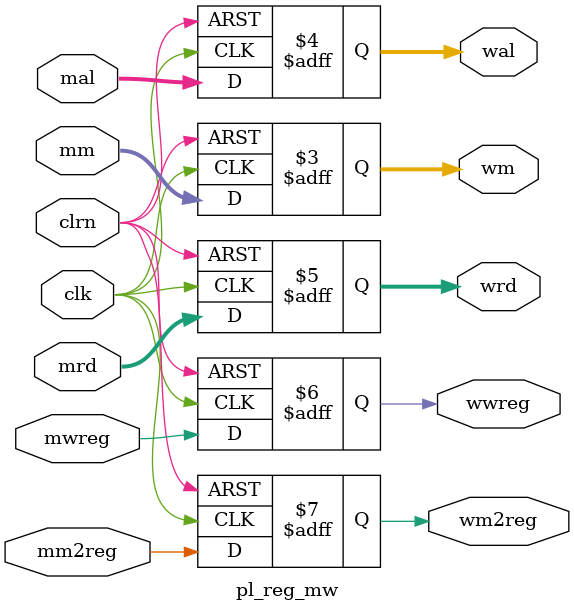
<source format=v>
module pl_reg_mw (mwreg,mm2reg,mm,mal,mrd,clk,clrn,
                  wwreg,wm2reg,wm,wal,wrd);
    input  [31:0] mm, mal;
    input  [4:0] mrd;
    input  mwreg, mm2reg, clk, clrn;
    output reg [31:0] wm, wal;
    output reg [4:0] wrd;
    output reg wwreg, wm2reg;

    always @(posedge clk or negedge clrn)
    begin
        if(!clrn)
        begin
            wm      <= 32'b0;
            wal     <= 32'b0;
            wrd     <= 5'b0;
            wwreg   <= 1'b0;
            wm2reg  <= 1'b0;
        end

        else
        begin
            wm      <= mm;
            wal     <= mal;
            wrd     <= mrd;
            wwreg   <= mwreg;
            wm2reg  <= mm2reg;
        end 
    end
endmodule           
</source>
